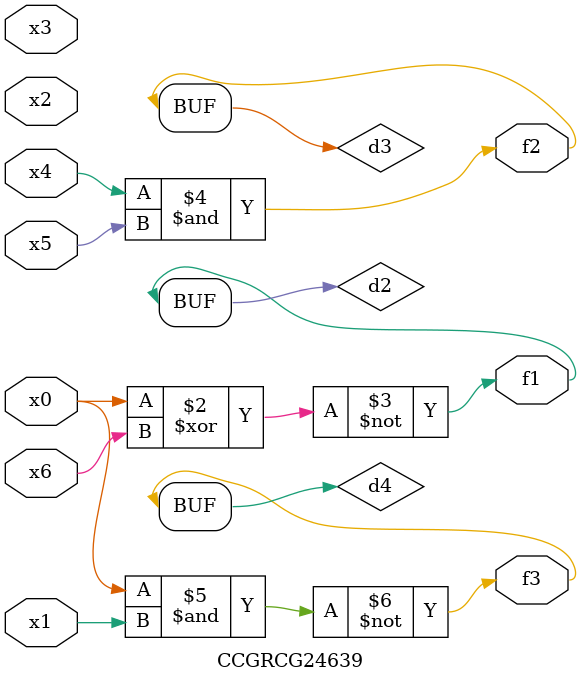
<source format=v>
module CCGRCG24639(
	input x0, x1, x2, x3, x4, x5, x6,
	output f1, f2, f3
);

	wire d1, d2, d3, d4;

	nor (d1, x0);
	xnor (d2, x0, x6);
	and (d3, x4, x5);
	nand (d4, x0, x1);
	assign f1 = d2;
	assign f2 = d3;
	assign f3 = d4;
endmodule

</source>
